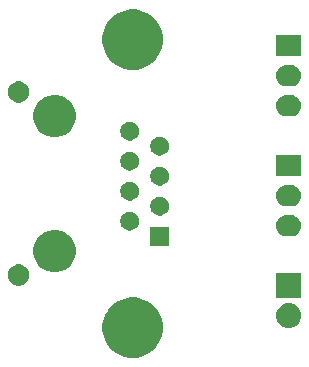
<source format=gbr>
G04 #@! TF.GenerationSoftware,KiCad,Pcbnew,(5.1.2-1)-1*
G04 #@! TF.CreationDate,2019-05-30T18:56:24+02:00*
G04 #@! TF.ProjectId,BBC Joystick Connector,42424320-4a6f-4797-9374-69636b20436f,rev?*
G04 #@! TF.SameCoordinates,Original*
G04 #@! TF.FileFunction,Soldermask,Top*
G04 #@! TF.FilePolarity,Negative*
%FSLAX46Y46*%
G04 Gerber Fmt 4.6, Leading zero omitted, Abs format (unit mm)*
G04 Created by KiCad (PCBNEW (5.1.2-1)-1) date 2019-05-30 18:56:24*
%MOMM*%
%LPD*%
G04 APERTURE LIST*
%ADD10C,0.100000*%
G04 APERTURE END LIST*
D10*
G36*
X134856098Y-57999033D02*
G01*
X135320350Y-58191332D01*
X135320352Y-58191333D01*
X135738168Y-58470509D01*
X136093491Y-58825832D01*
X136227039Y-59025701D01*
X136372668Y-59243650D01*
X136564967Y-59707902D01*
X136663000Y-60200747D01*
X136663000Y-60703253D01*
X136564967Y-61196098D01*
X136372668Y-61660350D01*
X136372667Y-61660352D01*
X136093491Y-62078168D01*
X135738168Y-62433491D01*
X135320352Y-62712667D01*
X135320351Y-62712668D01*
X135320350Y-62712668D01*
X134856098Y-62904967D01*
X134363253Y-63003000D01*
X133860747Y-63003000D01*
X133367902Y-62904967D01*
X132903650Y-62712668D01*
X132903649Y-62712668D01*
X132903648Y-62712667D01*
X132485832Y-62433491D01*
X132130509Y-62078168D01*
X131851333Y-61660352D01*
X131851332Y-61660350D01*
X131659033Y-61196098D01*
X131561000Y-60703253D01*
X131561000Y-60200747D01*
X131659033Y-59707902D01*
X131851332Y-59243650D01*
X131996961Y-59025701D01*
X132130509Y-58825832D01*
X132485832Y-58470509D01*
X132903648Y-58191333D01*
X132903650Y-58191332D01*
X133367902Y-57999033D01*
X133860747Y-57901000D01*
X134363253Y-57901000D01*
X134856098Y-57999033D01*
X134856098Y-57999033D01*
G37*
G36*
X147435114Y-58375176D02*
G01*
X147529168Y-58384439D01*
X147730299Y-58445451D01*
X147816110Y-58491318D01*
X147915661Y-58544529D01*
X148078133Y-58677867D01*
X148211471Y-58840339D01*
X148264682Y-58939890D01*
X148310549Y-59025701D01*
X148371561Y-59226832D01*
X148392162Y-59436000D01*
X148371561Y-59645168D01*
X148310549Y-59846299D01*
X148264682Y-59932110D01*
X148211471Y-60031661D01*
X148078133Y-60194133D01*
X147915661Y-60327471D01*
X147816110Y-60380682D01*
X147730299Y-60426549D01*
X147529168Y-60487561D01*
X147435114Y-60496824D01*
X147372413Y-60503000D01*
X147267587Y-60503000D01*
X147204886Y-60496824D01*
X147110832Y-60487561D01*
X146909701Y-60426549D01*
X146823890Y-60380682D01*
X146724339Y-60327471D01*
X146561867Y-60194133D01*
X146428529Y-60031661D01*
X146375318Y-59932110D01*
X146329451Y-59846299D01*
X146268439Y-59645168D01*
X146247838Y-59436000D01*
X146268439Y-59226832D01*
X146329451Y-59025701D01*
X146375318Y-58939890D01*
X146428529Y-58840339D01*
X146561867Y-58677867D01*
X146724339Y-58544529D01*
X146823890Y-58491318D01*
X146909701Y-58445451D01*
X147110832Y-58384439D01*
X147204886Y-58375176D01*
X147267587Y-58369000D01*
X147372413Y-58369000D01*
X147435114Y-58375176D01*
X147435114Y-58375176D01*
G37*
G36*
X148387000Y-57963000D02*
G01*
X146253000Y-57963000D01*
X146253000Y-55829000D01*
X148387000Y-55829000D01*
X148387000Y-57963000D01*
X148387000Y-57963000D01*
G37*
G36*
X124571512Y-55113927D02*
G01*
X124720812Y-55143624D01*
X124884784Y-55211544D01*
X125032354Y-55310147D01*
X125157853Y-55435646D01*
X125256456Y-55583216D01*
X125324376Y-55747188D01*
X125359000Y-55921259D01*
X125359000Y-56098741D01*
X125324376Y-56272812D01*
X125256456Y-56436784D01*
X125157853Y-56584354D01*
X125032354Y-56709853D01*
X124884784Y-56808456D01*
X124720812Y-56876376D01*
X124571512Y-56906073D01*
X124546742Y-56911000D01*
X124369258Y-56911000D01*
X124344488Y-56906073D01*
X124195188Y-56876376D01*
X124031216Y-56808456D01*
X123883646Y-56709853D01*
X123758147Y-56584354D01*
X123659544Y-56436784D01*
X123591624Y-56272812D01*
X123557000Y-56098741D01*
X123557000Y-55921259D01*
X123591624Y-55747188D01*
X123659544Y-55583216D01*
X123758147Y-55435646D01*
X123883646Y-55310147D01*
X124031216Y-55211544D01*
X124195188Y-55143624D01*
X124344488Y-55113927D01*
X124369258Y-55109000D01*
X124546742Y-55109000D01*
X124571512Y-55113927D01*
X124571512Y-55113927D01*
G37*
G36*
X128033331Y-52243211D02*
G01*
X128361092Y-52378974D01*
X128656070Y-52576072D01*
X128906928Y-52826930D01*
X129104026Y-53121908D01*
X129239789Y-53449669D01*
X129309000Y-53797616D01*
X129309000Y-54152384D01*
X129239789Y-54500331D01*
X129104026Y-54828092D01*
X128906928Y-55123070D01*
X128656070Y-55373928D01*
X128361092Y-55571026D01*
X128033331Y-55706789D01*
X127685384Y-55776000D01*
X127330616Y-55776000D01*
X126982669Y-55706789D01*
X126654908Y-55571026D01*
X126359930Y-55373928D01*
X126109072Y-55123070D01*
X125911974Y-54828092D01*
X125776211Y-54500331D01*
X125707000Y-54152384D01*
X125707000Y-53797616D01*
X125776211Y-53449669D01*
X125911974Y-53121908D01*
X126109072Y-52826930D01*
X126359930Y-52576072D01*
X126654908Y-52378974D01*
X126982669Y-52243211D01*
X127330616Y-52174000D01*
X127685384Y-52174000D01*
X128033331Y-52243211D01*
X128033331Y-52243211D01*
G37*
G36*
X137199570Y-53506570D02*
G01*
X135596430Y-53506570D01*
X135596430Y-51903430D01*
X137199570Y-51903430D01*
X137199570Y-53506570D01*
X137199570Y-53506570D01*
G37*
G36*
X147651694Y-50914633D02*
G01*
X147824095Y-50966931D01*
X147982983Y-51051858D01*
X148122249Y-51166151D01*
X148236542Y-51305417D01*
X148321469Y-51464305D01*
X148373767Y-51636706D01*
X148391425Y-51816000D01*
X148373767Y-51995294D01*
X148321469Y-52167695D01*
X148236542Y-52326583D01*
X148122249Y-52465849D01*
X147982983Y-52580142D01*
X147824095Y-52665069D01*
X147651694Y-52717367D01*
X147517331Y-52730600D01*
X147122669Y-52730600D01*
X146988306Y-52717367D01*
X146815905Y-52665069D01*
X146657017Y-52580142D01*
X146517751Y-52465849D01*
X146403458Y-52326583D01*
X146318531Y-52167695D01*
X146266233Y-51995294D01*
X146248575Y-51816000D01*
X146266233Y-51636706D01*
X146318531Y-51464305D01*
X146403458Y-51305417D01*
X146517751Y-51166151D01*
X146657017Y-51051858D01*
X146815905Y-50966931D01*
X146988306Y-50914633D01*
X147122669Y-50901400D01*
X147517331Y-50901400D01*
X147651694Y-50914633D01*
X147651694Y-50914633D01*
G37*
G36*
X134014378Y-50648832D02*
G01*
X134091809Y-50664234D01*
X134237686Y-50724658D01*
X134368971Y-50812380D01*
X134480620Y-50924029D01*
X134568342Y-51055314D01*
X134628766Y-51201191D01*
X134659570Y-51356052D01*
X134659570Y-51513948D01*
X134628766Y-51668809D01*
X134568342Y-51814686D01*
X134480620Y-51945971D01*
X134368971Y-52057620D01*
X134237686Y-52145342D01*
X134091809Y-52205766D01*
X134014378Y-52221168D01*
X133936949Y-52236570D01*
X133779051Y-52236570D01*
X133701622Y-52221168D01*
X133624191Y-52205766D01*
X133478314Y-52145342D01*
X133347029Y-52057620D01*
X133235380Y-51945971D01*
X133147658Y-51814686D01*
X133087234Y-51668809D01*
X133056430Y-51513948D01*
X133056430Y-51356052D01*
X133087234Y-51201191D01*
X133147658Y-51055314D01*
X133235380Y-50924029D01*
X133347029Y-50812380D01*
X133478314Y-50724658D01*
X133624191Y-50664234D01*
X133701622Y-50648832D01*
X133779051Y-50633430D01*
X133936949Y-50633430D01*
X134014378Y-50648832D01*
X134014378Y-50648832D01*
G37*
G36*
X136554378Y-49378832D02*
G01*
X136631809Y-49394234D01*
X136777686Y-49454658D01*
X136908971Y-49542380D01*
X137020620Y-49654029D01*
X137108342Y-49785314D01*
X137168766Y-49931191D01*
X137199570Y-50086052D01*
X137199570Y-50243948D01*
X137168766Y-50398809D01*
X137108342Y-50544686D01*
X137020620Y-50675971D01*
X136908971Y-50787620D01*
X136777686Y-50875342D01*
X136631809Y-50935766D01*
X136476949Y-50966570D01*
X136319051Y-50966570D01*
X136241622Y-50951168D01*
X136164191Y-50935766D01*
X136018314Y-50875342D01*
X135887029Y-50787620D01*
X135775380Y-50675971D01*
X135687658Y-50544686D01*
X135627234Y-50398809D01*
X135596430Y-50243948D01*
X135596430Y-50086052D01*
X135627234Y-49931191D01*
X135687658Y-49785314D01*
X135775380Y-49654029D01*
X135887029Y-49542380D01*
X136018314Y-49454658D01*
X136164191Y-49394234D01*
X136241622Y-49378832D01*
X136319051Y-49363430D01*
X136476949Y-49363430D01*
X136554378Y-49378832D01*
X136554378Y-49378832D01*
G37*
G36*
X147651694Y-48374633D02*
G01*
X147824095Y-48426931D01*
X147982983Y-48511858D01*
X148122249Y-48626151D01*
X148236542Y-48765417D01*
X148321469Y-48924305D01*
X148373767Y-49096706D01*
X148391425Y-49276000D01*
X148373767Y-49455294D01*
X148321469Y-49627695D01*
X148236542Y-49786583D01*
X148122249Y-49925849D01*
X147982983Y-50040142D01*
X147824095Y-50125069D01*
X147651694Y-50177367D01*
X147517331Y-50190600D01*
X147122669Y-50190600D01*
X146988306Y-50177367D01*
X146815905Y-50125069D01*
X146657017Y-50040142D01*
X146517751Y-49925849D01*
X146403458Y-49786583D01*
X146318531Y-49627695D01*
X146266233Y-49455294D01*
X146248575Y-49276000D01*
X146266233Y-49096706D01*
X146318531Y-48924305D01*
X146403458Y-48765417D01*
X146517751Y-48626151D01*
X146657017Y-48511858D01*
X146815905Y-48426931D01*
X146988306Y-48374633D01*
X147122669Y-48361400D01*
X147517331Y-48361400D01*
X147651694Y-48374633D01*
X147651694Y-48374633D01*
G37*
G36*
X134091809Y-48124234D02*
G01*
X134237686Y-48184658D01*
X134368971Y-48272380D01*
X134480620Y-48384029D01*
X134568342Y-48515314D01*
X134628766Y-48661191D01*
X134659570Y-48816052D01*
X134659570Y-48973948D01*
X134628766Y-49128809D01*
X134568342Y-49274686D01*
X134480620Y-49405971D01*
X134368971Y-49517620D01*
X134237686Y-49605342D01*
X134091809Y-49665766D01*
X133936949Y-49696570D01*
X133779051Y-49696570D01*
X133624191Y-49665766D01*
X133478314Y-49605342D01*
X133347029Y-49517620D01*
X133235380Y-49405971D01*
X133147658Y-49274686D01*
X133087234Y-49128809D01*
X133056430Y-48973948D01*
X133056430Y-48816052D01*
X133087234Y-48661191D01*
X133147658Y-48515314D01*
X133235380Y-48384029D01*
X133347029Y-48272380D01*
X133478314Y-48184658D01*
X133624191Y-48124234D01*
X133701622Y-48108832D01*
X133779051Y-48093430D01*
X133936949Y-48093430D01*
X134091809Y-48124234D01*
X134091809Y-48124234D01*
G37*
G36*
X136631809Y-46854234D02*
G01*
X136777686Y-46914658D01*
X136908971Y-47002380D01*
X137020620Y-47114029D01*
X137108342Y-47245314D01*
X137168766Y-47391191D01*
X137199570Y-47546052D01*
X137199570Y-47703948D01*
X137168766Y-47858809D01*
X137108342Y-48004686D01*
X137020620Y-48135971D01*
X136908971Y-48247620D01*
X136777686Y-48335342D01*
X136631809Y-48395766D01*
X136476949Y-48426570D01*
X136319051Y-48426570D01*
X136164191Y-48395766D01*
X136018314Y-48335342D01*
X135887029Y-48247620D01*
X135775380Y-48135971D01*
X135687658Y-48004686D01*
X135627234Y-47858809D01*
X135596430Y-47703948D01*
X135596430Y-47546052D01*
X135627234Y-47391191D01*
X135687658Y-47245314D01*
X135775380Y-47114029D01*
X135887029Y-47002380D01*
X136018314Y-46914658D01*
X136164191Y-46854234D01*
X136319051Y-46823430D01*
X136476949Y-46823430D01*
X136631809Y-46854234D01*
X136631809Y-46854234D01*
G37*
G36*
X148387000Y-47650600D02*
G01*
X146253000Y-47650600D01*
X146253000Y-45821400D01*
X148387000Y-45821400D01*
X148387000Y-47650600D01*
X148387000Y-47650600D01*
G37*
G36*
X134014378Y-45568832D02*
G01*
X134091809Y-45584234D01*
X134237686Y-45644658D01*
X134368971Y-45732380D01*
X134480620Y-45844029D01*
X134568342Y-45975314D01*
X134628766Y-46121191D01*
X134659570Y-46276052D01*
X134659570Y-46433948D01*
X134628766Y-46588809D01*
X134568342Y-46734686D01*
X134480620Y-46865971D01*
X134368971Y-46977620D01*
X134237686Y-47065342D01*
X134091809Y-47125766D01*
X134014378Y-47141168D01*
X133936949Y-47156570D01*
X133779051Y-47156570D01*
X133701622Y-47141168D01*
X133624191Y-47125766D01*
X133478314Y-47065342D01*
X133347029Y-46977620D01*
X133235380Y-46865971D01*
X133147658Y-46734686D01*
X133087234Y-46588809D01*
X133056430Y-46433948D01*
X133056430Y-46276052D01*
X133087234Y-46121191D01*
X133147658Y-45975314D01*
X133235380Y-45844029D01*
X133347029Y-45732380D01*
X133478314Y-45644658D01*
X133624191Y-45584234D01*
X133701622Y-45568832D01*
X133779051Y-45553430D01*
X133936949Y-45553430D01*
X134014378Y-45568832D01*
X134014378Y-45568832D01*
G37*
G36*
X136554378Y-44298832D02*
G01*
X136631809Y-44314234D01*
X136777686Y-44374658D01*
X136908971Y-44462380D01*
X137020620Y-44574029D01*
X137108342Y-44705314D01*
X137168766Y-44851191D01*
X137199570Y-45006052D01*
X137199570Y-45163948D01*
X137168766Y-45318809D01*
X137108342Y-45464686D01*
X137020620Y-45595971D01*
X136908971Y-45707620D01*
X136777686Y-45795342D01*
X136631809Y-45855766D01*
X136554378Y-45871168D01*
X136476949Y-45886570D01*
X136319051Y-45886570D01*
X136241622Y-45871168D01*
X136164191Y-45855766D01*
X136018314Y-45795342D01*
X135887029Y-45707620D01*
X135775380Y-45595971D01*
X135687658Y-45464686D01*
X135627234Y-45318809D01*
X135596430Y-45163948D01*
X135596430Y-45006052D01*
X135627234Y-44851191D01*
X135687658Y-44705314D01*
X135775380Y-44574029D01*
X135887029Y-44462380D01*
X136018314Y-44374658D01*
X136164191Y-44314234D01*
X136241622Y-44298832D01*
X136319051Y-44283430D01*
X136476949Y-44283430D01*
X136554378Y-44298832D01*
X136554378Y-44298832D01*
G37*
G36*
X134091809Y-43044234D02*
G01*
X134237686Y-43104658D01*
X134368971Y-43192380D01*
X134480620Y-43304029D01*
X134568342Y-43435314D01*
X134628766Y-43581191D01*
X134659570Y-43736052D01*
X134659570Y-43893948D01*
X134628766Y-44048809D01*
X134568342Y-44194686D01*
X134480620Y-44325971D01*
X134368971Y-44437620D01*
X134237686Y-44525342D01*
X134091809Y-44585766D01*
X133936949Y-44616570D01*
X133779051Y-44616570D01*
X133624191Y-44585766D01*
X133478314Y-44525342D01*
X133347029Y-44437620D01*
X133235380Y-44325971D01*
X133147658Y-44194686D01*
X133087234Y-44048809D01*
X133056430Y-43893948D01*
X133056430Y-43736052D01*
X133087234Y-43581191D01*
X133147658Y-43435314D01*
X133235380Y-43304029D01*
X133347029Y-43192380D01*
X133478314Y-43104658D01*
X133624191Y-43044234D01*
X133701622Y-43028832D01*
X133779051Y-43013430D01*
X133936949Y-43013430D01*
X134091809Y-43044234D01*
X134091809Y-43044234D01*
G37*
G36*
X128033331Y-40813211D02*
G01*
X128361092Y-40948974D01*
X128656070Y-41146072D01*
X128906928Y-41396930D01*
X129104026Y-41691908D01*
X129239789Y-42019669D01*
X129309000Y-42367616D01*
X129309000Y-42722384D01*
X129239789Y-43070331D01*
X129104026Y-43398092D01*
X128906928Y-43693070D01*
X128656070Y-43943928D01*
X128361092Y-44141026D01*
X128033331Y-44276789D01*
X127685384Y-44346000D01*
X127330616Y-44346000D01*
X126982669Y-44276789D01*
X126654908Y-44141026D01*
X126359930Y-43943928D01*
X126109072Y-43693070D01*
X125911974Y-43398092D01*
X125776211Y-43070331D01*
X125707000Y-42722384D01*
X125707000Y-42367616D01*
X125776211Y-42019669D01*
X125911974Y-41691908D01*
X126109072Y-41396930D01*
X126359930Y-41146072D01*
X126654908Y-40948974D01*
X126982669Y-40813211D01*
X127330616Y-40744000D01*
X127685384Y-40744000D01*
X128033331Y-40813211D01*
X128033331Y-40813211D01*
G37*
G36*
X147651694Y-40754633D02*
G01*
X147824095Y-40806931D01*
X147982983Y-40891858D01*
X148122249Y-41006151D01*
X148236542Y-41145417D01*
X148321469Y-41304305D01*
X148373767Y-41476706D01*
X148391425Y-41656000D01*
X148373767Y-41835294D01*
X148321469Y-42007695D01*
X148236542Y-42166583D01*
X148122249Y-42305849D01*
X147982983Y-42420142D01*
X147824095Y-42505069D01*
X147651694Y-42557367D01*
X147517331Y-42570600D01*
X147122669Y-42570600D01*
X146988306Y-42557367D01*
X146815905Y-42505069D01*
X146657017Y-42420142D01*
X146517751Y-42305849D01*
X146403458Y-42166583D01*
X146318531Y-42007695D01*
X146266233Y-41835294D01*
X146248575Y-41656000D01*
X146266233Y-41476706D01*
X146318531Y-41304305D01*
X146403458Y-41145417D01*
X146517751Y-41006151D01*
X146657017Y-40891858D01*
X146815905Y-40806931D01*
X146988306Y-40754633D01*
X147122669Y-40741400D01*
X147517331Y-40741400D01*
X147651694Y-40754633D01*
X147651694Y-40754633D01*
G37*
G36*
X124571512Y-39613927D02*
G01*
X124720812Y-39643624D01*
X124884784Y-39711544D01*
X125032354Y-39810147D01*
X125157853Y-39935646D01*
X125256456Y-40083216D01*
X125324376Y-40247188D01*
X125359000Y-40421259D01*
X125359000Y-40598741D01*
X125324376Y-40772812D01*
X125256456Y-40936784D01*
X125157853Y-41084354D01*
X125032354Y-41209853D01*
X124884784Y-41308456D01*
X124720812Y-41376376D01*
X124571512Y-41406073D01*
X124546742Y-41411000D01*
X124369258Y-41411000D01*
X124344488Y-41406073D01*
X124195188Y-41376376D01*
X124031216Y-41308456D01*
X123883646Y-41209853D01*
X123758147Y-41084354D01*
X123659544Y-40936784D01*
X123591624Y-40772812D01*
X123557000Y-40598741D01*
X123557000Y-40421259D01*
X123591624Y-40247188D01*
X123659544Y-40083216D01*
X123758147Y-39935646D01*
X123883646Y-39810147D01*
X124031216Y-39711544D01*
X124195188Y-39643624D01*
X124344488Y-39613927D01*
X124369258Y-39609000D01*
X124546742Y-39609000D01*
X124571512Y-39613927D01*
X124571512Y-39613927D01*
G37*
G36*
X147651694Y-38214633D02*
G01*
X147824095Y-38266931D01*
X147982983Y-38351858D01*
X148122249Y-38466151D01*
X148236542Y-38605417D01*
X148321469Y-38764305D01*
X148373767Y-38936706D01*
X148391425Y-39116000D01*
X148373767Y-39295294D01*
X148321469Y-39467695D01*
X148236542Y-39626583D01*
X148122249Y-39765849D01*
X147982983Y-39880142D01*
X147824095Y-39965069D01*
X147651694Y-40017367D01*
X147517331Y-40030600D01*
X147122669Y-40030600D01*
X146988306Y-40017367D01*
X146815905Y-39965069D01*
X146657017Y-39880142D01*
X146517751Y-39765849D01*
X146403458Y-39626583D01*
X146318531Y-39467695D01*
X146266233Y-39295294D01*
X146248575Y-39116000D01*
X146266233Y-38936706D01*
X146318531Y-38764305D01*
X146403458Y-38605417D01*
X146517751Y-38466151D01*
X146657017Y-38351858D01*
X146815905Y-38266931D01*
X146988306Y-38214633D01*
X147122669Y-38201400D01*
X147517331Y-38201400D01*
X147651694Y-38214633D01*
X147651694Y-38214633D01*
G37*
G36*
X134856098Y-33615033D02*
G01*
X135320350Y-33807332D01*
X135320352Y-33807333D01*
X135738168Y-34086509D01*
X136093491Y-34441832D01*
X136372667Y-34859648D01*
X136372668Y-34859650D01*
X136564967Y-35323902D01*
X136663000Y-35816747D01*
X136663000Y-36319253D01*
X136564967Y-36812098D01*
X136372668Y-37276350D01*
X136372667Y-37276352D01*
X136093491Y-37694168D01*
X135738168Y-38049491D01*
X135320352Y-38328667D01*
X135320351Y-38328668D01*
X135320350Y-38328668D01*
X134856098Y-38520967D01*
X134363253Y-38619000D01*
X133860747Y-38619000D01*
X133367902Y-38520967D01*
X132903650Y-38328668D01*
X132903649Y-38328668D01*
X132903648Y-38328667D01*
X132485832Y-38049491D01*
X132130509Y-37694168D01*
X131851333Y-37276352D01*
X131851332Y-37276350D01*
X131659033Y-36812098D01*
X131561000Y-36319253D01*
X131561000Y-35816747D01*
X131659033Y-35323902D01*
X131851332Y-34859650D01*
X131851333Y-34859648D01*
X132130509Y-34441832D01*
X132485832Y-34086509D01*
X132903648Y-33807333D01*
X132903650Y-33807332D01*
X133367902Y-33615033D01*
X133860747Y-33517000D01*
X134363253Y-33517000D01*
X134856098Y-33615033D01*
X134856098Y-33615033D01*
G37*
G36*
X148387000Y-37490600D02*
G01*
X146253000Y-37490600D01*
X146253000Y-35661400D01*
X148387000Y-35661400D01*
X148387000Y-37490600D01*
X148387000Y-37490600D01*
G37*
M02*

</source>
